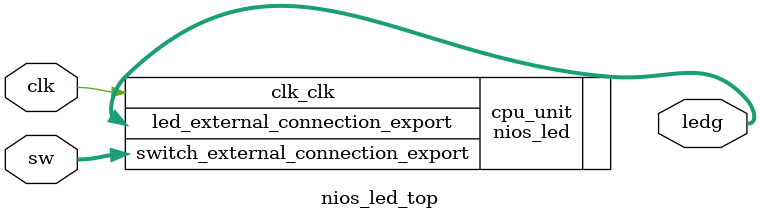
<source format=v>
module nios_led_top
	(
	  input wire clk,
	  input wire[7:0] sw,
	  output wire [1:0] ledg
	);
	
	// body
	// instantiate nios_led_top
	nios_led cpu_unit
	(
	  .clk_clk(clk),
	  .switch_external_connection_export(sw),
	  .led_external_connection_export(ledg)
	);
	
endmodule
</source>
